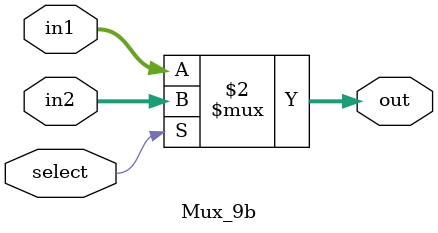
<source format=v>
module Mux_9b(
    input select, 
    input[8:0] in1, in2,
    output[8:0] out
    );

    assign out = ~select ? in1 : in2;
    
endmodule
</source>
